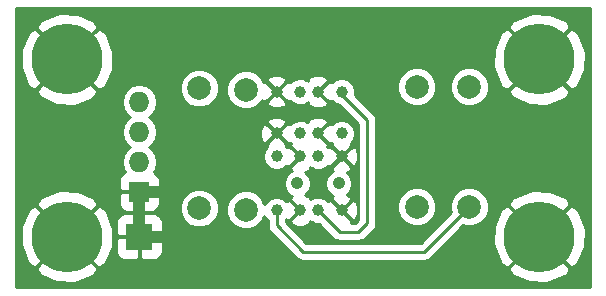
<source format=gtl>
%FSLAX34Y34*%
G04 Gerber Fmt 3.4, Leading zero omitted, Abs format*
G04 (created by PCBNEW (2014-jan-25)-product) date Tue 29 Jul 2014 09:42:42 AM PDT*
%MOIN*%
G01*
G70*
G90*
G04 APERTURE LIST*
%ADD10C,0.003937*%
%ADD11C,0.236220*%
%ADD12R,0.068000X0.068000*%
%ADD13O,0.068000X0.068000*%
%ADD14C,0.078700*%
%ADD15R,0.088000X0.088000*%
%ADD16C,0.039370*%
%ADD17C,0.041339*%
%ADD18C,0.010000*%
%ADD19C,0.040000*%
G04 APERTURE END LIST*
G54D10*
G54D11*
X41338Y-41338D03*
X57086Y-41338D03*
X41338Y-47244D03*
X57086Y-47244D03*
G54D12*
X43750Y-45750D03*
G54D13*
X43750Y-44750D03*
X43750Y-43750D03*
X43750Y-42750D03*
G54D14*
X53000Y-46250D03*
X53000Y-42250D03*
X45750Y-42300D03*
X45750Y-46300D03*
X54750Y-46250D03*
X54750Y-42250D03*
X47300Y-46350D03*
X47300Y-42350D03*
G54D15*
X43750Y-47250D03*
G54D16*
X49704Y-46367D03*
X50492Y-46368D03*
X49704Y-44576D03*
X50492Y-44576D03*
G54D17*
X50393Y-45472D03*
G54D16*
X48326Y-46367D03*
X49114Y-46368D03*
X48326Y-44576D03*
X49114Y-44576D03*
G54D17*
X49015Y-45472D03*
G54D16*
X50492Y-42411D03*
X49704Y-42411D03*
X50492Y-43809D03*
X49704Y-43809D03*
X49114Y-42411D03*
X48326Y-42411D03*
X49114Y-43809D03*
X48326Y-43809D03*
G54D18*
X54750Y-46250D02*
X53250Y-47750D01*
X48326Y-46876D02*
X48326Y-46367D01*
X49200Y-47750D02*
X48326Y-46876D01*
X53250Y-47750D02*
X49200Y-47750D01*
G54D19*
X43750Y-45750D02*
X44500Y-45750D01*
X43750Y-45750D02*
X43750Y-47250D01*
X43750Y-47250D02*
X44500Y-47250D01*
G54D18*
X49704Y-46367D02*
X50437Y-47100D01*
X50437Y-47100D02*
X51050Y-47100D01*
X50393Y-42411D02*
X51350Y-43367D01*
X51350Y-43367D02*
X51350Y-46800D01*
X51350Y-46800D02*
X51050Y-47100D01*
G36*
X58785Y-48942D02*
X58626Y-48942D01*
X58626Y-46990D01*
X58626Y-41084D01*
X58412Y-40514D01*
X58355Y-40429D01*
X58135Y-40303D01*
X58121Y-40317D01*
X58121Y-40289D01*
X57996Y-40069D01*
X57441Y-39818D01*
X56832Y-39798D01*
X56262Y-40012D01*
X56177Y-40069D01*
X56051Y-40289D01*
X57086Y-41324D01*
X58121Y-40289D01*
X58121Y-40317D01*
X57100Y-41338D01*
X58135Y-42373D01*
X58355Y-42248D01*
X58606Y-41693D01*
X58626Y-41084D01*
X58626Y-46990D01*
X58412Y-46419D01*
X58355Y-46334D01*
X58135Y-46209D01*
X58121Y-46223D01*
X58121Y-46195D01*
X58121Y-42387D01*
X57086Y-41352D01*
X57072Y-41366D01*
X57072Y-41338D01*
X56037Y-40303D01*
X55817Y-40429D01*
X55566Y-40983D01*
X55546Y-41592D01*
X55760Y-42162D01*
X55817Y-42248D01*
X56037Y-42373D01*
X57072Y-41338D01*
X57072Y-41366D01*
X56051Y-42387D01*
X56177Y-42607D01*
X56731Y-42858D01*
X57340Y-42878D01*
X57910Y-42664D01*
X57996Y-42607D01*
X58121Y-42387D01*
X58121Y-46195D01*
X57996Y-45975D01*
X57441Y-45723D01*
X56832Y-45703D01*
X56262Y-45918D01*
X56177Y-45975D01*
X56051Y-46195D01*
X57086Y-47229D01*
X58121Y-46195D01*
X58121Y-46223D01*
X57100Y-47244D01*
X58135Y-48278D01*
X58355Y-48153D01*
X58606Y-47598D01*
X58626Y-46990D01*
X58626Y-48942D01*
X58121Y-48942D01*
X58121Y-48293D01*
X57086Y-47258D01*
X57072Y-47272D01*
X57072Y-47244D01*
X56037Y-46209D01*
X55817Y-46334D01*
X55566Y-46889D01*
X55546Y-47498D01*
X55760Y-48068D01*
X55817Y-48153D01*
X56037Y-48278D01*
X57072Y-47244D01*
X57072Y-47272D01*
X56051Y-48293D01*
X56177Y-48512D01*
X56731Y-48764D01*
X57340Y-48784D01*
X57910Y-48569D01*
X57996Y-48512D01*
X58121Y-48293D01*
X58121Y-48942D01*
X55393Y-48942D01*
X55393Y-46122D01*
X55393Y-42122D01*
X55295Y-41885D01*
X55114Y-41704D01*
X54878Y-41606D01*
X54622Y-41606D01*
X54385Y-41704D01*
X54204Y-41885D01*
X54106Y-42121D01*
X54106Y-42377D01*
X54204Y-42614D01*
X54385Y-42795D01*
X54621Y-42893D01*
X54877Y-42893D01*
X55114Y-42795D01*
X55295Y-42614D01*
X55393Y-42378D01*
X55393Y-42122D01*
X55393Y-46122D01*
X55295Y-45885D01*
X55114Y-45704D01*
X54878Y-45606D01*
X54622Y-45606D01*
X54385Y-45704D01*
X54204Y-45885D01*
X54106Y-46121D01*
X54106Y-46377D01*
X54133Y-46442D01*
X53643Y-46932D01*
X53643Y-46122D01*
X53643Y-42122D01*
X53545Y-41885D01*
X53364Y-41704D01*
X53128Y-41606D01*
X52872Y-41606D01*
X52635Y-41704D01*
X52454Y-41885D01*
X52356Y-42121D01*
X52356Y-42377D01*
X52454Y-42614D01*
X52635Y-42795D01*
X52871Y-42893D01*
X53127Y-42893D01*
X53364Y-42795D01*
X53545Y-42614D01*
X53643Y-42378D01*
X53643Y-42122D01*
X53643Y-46122D01*
X53545Y-45885D01*
X53364Y-45704D01*
X53128Y-45606D01*
X52872Y-45606D01*
X52635Y-45704D01*
X52454Y-45885D01*
X52356Y-46121D01*
X52356Y-46377D01*
X52454Y-46614D01*
X52635Y-46795D01*
X52871Y-46893D01*
X53127Y-46893D01*
X53364Y-46795D01*
X53545Y-46614D01*
X53643Y-46378D01*
X53643Y-46122D01*
X53643Y-46932D01*
X53125Y-47450D01*
X51650Y-47450D01*
X51650Y-46800D01*
X51650Y-43367D01*
X51627Y-43252D01*
X51627Y-43252D01*
X51601Y-43213D01*
X51562Y-43155D01*
X50929Y-42523D01*
X50938Y-42500D01*
X50939Y-42322D01*
X50871Y-42158D01*
X50745Y-42032D01*
X50581Y-41964D01*
X50403Y-41964D01*
X50239Y-42032D01*
X50168Y-42102D01*
X50161Y-42091D01*
X50044Y-42086D01*
X49718Y-42411D01*
X50044Y-42736D01*
X50161Y-42731D01*
X50167Y-42718D01*
X50238Y-42790D01*
X50402Y-42858D01*
X50416Y-42858D01*
X51050Y-43491D01*
X51050Y-46675D01*
X51041Y-46684D01*
X51041Y-46271D01*
X51041Y-44479D01*
X50962Y-44276D01*
X50949Y-44257D01*
X50939Y-44256D01*
X50939Y-43720D01*
X50871Y-43556D01*
X50745Y-43430D01*
X50581Y-43362D01*
X50403Y-43362D01*
X50239Y-43430D01*
X50168Y-43500D01*
X50161Y-43489D01*
X50044Y-43483D01*
X49718Y-43809D01*
X50044Y-44134D01*
X50161Y-44128D01*
X50167Y-44116D01*
X50172Y-44121D01*
X50166Y-44237D01*
X50492Y-44562D01*
X50817Y-44237D01*
X50811Y-44121D01*
X50870Y-44062D01*
X50938Y-43898D01*
X50939Y-43720D01*
X50939Y-44256D01*
X50831Y-44251D01*
X50506Y-44576D01*
X50831Y-44902D01*
X50949Y-44896D01*
X51036Y-44697D01*
X51041Y-44479D01*
X51041Y-46271D01*
X50962Y-46068D01*
X50949Y-46048D01*
X50850Y-46043D01*
X50850Y-45381D01*
X50781Y-45214D01*
X50663Y-45096D01*
X50791Y-45046D01*
X50811Y-45033D01*
X50817Y-44916D01*
X50492Y-44590D01*
X50166Y-44916D01*
X50172Y-45033D01*
X50214Y-45052D01*
X50135Y-45085D01*
X50006Y-45213D01*
X49937Y-45381D01*
X49936Y-45562D01*
X50006Y-45730D01*
X50134Y-45859D01*
X50210Y-45890D01*
X50192Y-45898D01*
X50172Y-45911D01*
X50166Y-46028D01*
X50492Y-46353D01*
X50817Y-46028D01*
X50811Y-45911D01*
X50665Y-45846D01*
X50780Y-45731D01*
X50850Y-45563D01*
X50850Y-45381D01*
X50850Y-46043D01*
X50831Y-46042D01*
X50506Y-46368D01*
X50831Y-46693D01*
X50949Y-46687D01*
X51036Y-46488D01*
X51041Y-46271D01*
X51041Y-46684D01*
X50925Y-46800D01*
X50812Y-46800D01*
X50817Y-46707D01*
X50492Y-46382D01*
X50486Y-46387D01*
X50472Y-46373D01*
X50477Y-46368D01*
X50152Y-46042D01*
X50035Y-46048D01*
X50029Y-46060D01*
X49958Y-45989D01*
X49793Y-45920D01*
X49616Y-45920D01*
X49501Y-45968D01*
X49500Y-45967D01*
X49498Y-45969D01*
X49451Y-45988D01*
X49438Y-46002D01*
X49433Y-45911D01*
X49287Y-45846D01*
X49402Y-45731D01*
X49472Y-45563D01*
X49472Y-45381D01*
X49403Y-45214D01*
X49285Y-45096D01*
X49413Y-45046D01*
X49433Y-45033D01*
X49438Y-44942D01*
X49451Y-44955D01*
X49498Y-44974D01*
X49500Y-44977D01*
X49501Y-44976D01*
X49615Y-45023D01*
X49793Y-45023D01*
X49957Y-44955D01*
X50027Y-44885D01*
X50035Y-44896D01*
X50152Y-44902D01*
X50477Y-44576D01*
X50152Y-44251D01*
X50035Y-44257D01*
X50029Y-44269D01*
X50024Y-44264D01*
X50029Y-44148D01*
X49704Y-43823D01*
X49699Y-43828D01*
X49685Y-43814D01*
X49690Y-43809D01*
X49685Y-43803D01*
X49699Y-43789D01*
X49704Y-43794D01*
X50029Y-43469D01*
X50029Y-42750D01*
X49704Y-42425D01*
X49699Y-42431D01*
X49685Y-42416D01*
X49690Y-42411D01*
X49685Y-42405D01*
X49699Y-42391D01*
X49704Y-42397D01*
X50029Y-42072D01*
X50024Y-41954D01*
X49825Y-41867D01*
X49607Y-41862D01*
X49404Y-41941D01*
X49385Y-41954D01*
X49380Y-42045D01*
X49367Y-42032D01*
X49320Y-42013D01*
X49318Y-42010D01*
X49317Y-42011D01*
X49203Y-41964D01*
X49025Y-41964D01*
X48861Y-42032D01*
X48790Y-42102D01*
X48783Y-42091D01*
X48666Y-42086D01*
X48652Y-42100D01*
X48652Y-42072D01*
X48646Y-41954D01*
X48447Y-41867D01*
X48229Y-41862D01*
X48026Y-41941D01*
X48007Y-41954D01*
X48001Y-42072D01*
X48326Y-42397D01*
X48652Y-42072D01*
X48652Y-42100D01*
X48340Y-42411D01*
X48666Y-42736D01*
X48783Y-42731D01*
X48789Y-42718D01*
X48860Y-42790D01*
X49024Y-42858D01*
X49202Y-42858D01*
X49317Y-42811D01*
X49318Y-42812D01*
X49320Y-42809D01*
X49366Y-42790D01*
X49380Y-42776D01*
X49385Y-42868D01*
X49584Y-42955D01*
X49801Y-42960D01*
X50004Y-42881D01*
X50024Y-42868D01*
X50029Y-42750D01*
X50029Y-43469D01*
X50024Y-43352D01*
X49825Y-43264D01*
X49607Y-43260D01*
X49404Y-43338D01*
X49385Y-43352D01*
X49380Y-43443D01*
X49367Y-43430D01*
X49320Y-43411D01*
X49318Y-43408D01*
X49317Y-43409D01*
X49203Y-43362D01*
X49025Y-43362D01*
X48861Y-43430D01*
X48790Y-43500D01*
X48783Y-43489D01*
X48666Y-43483D01*
X48652Y-43497D01*
X48652Y-43469D01*
X48652Y-42750D01*
X48326Y-42425D01*
X48312Y-42439D01*
X48312Y-42411D01*
X47987Y-42086D01*
X47889Y-42090D01*
X47845Y-41985D01*
X47664Y-41804D01*
X47428Y-41706D01*
X47172Y-41706D01*
X46935Y-41804D01*
X46754Y-41985D01*
X46656Y-42221D01*
X46656Y-42477D01*
X46754Y-42714D01*
X46935Y-42895D01*
X47171Y-42993D01*
X47427Y-42993D01*
X47664Y-42895D01*
X47845Y-42714D01*
X47851Y-42698D01*
X47856Y-42711D01*
X47869Y-42731D01*
X47987Y-42736D01*
X48312Y-42411D01*
X48312Y-42439D01*
X48001Y-42750D01*
X48007Y-42868D01*
X48206Y-42955D01*
X48423Y-42960D01*
X48626Y-42881D01*
X48646Y-42868D01*
X48652Y-42750D01*
X48652Y-43469D01*
X48646Y-43352D01*
X48447Y-43264D01*
X48229Y-43260D01*
X48026Y-43338D01*
X48007Y-43352D01*
X48001Y-43469D01*
X48326Y-43794D01*
X48652Y-43469D01*
X48652Y-43497D01*
X48340Y-43809D01*
X48666Y-44134D01*
X48783Y-44128D01*
X48789Y-44116D01*
X48794Y-44121D01*
X48788Y-44237D01*
X49114Y-44562D01*
X49119Y-44557D01*
X49133Y-44571D01*
X49128Y-44576D01*
X49133Y-44582D01*
X49119Y-44596D01*
X49114Y-44590D01*
X49100Y-44605D01*
X49100Y-44576D01*
X48774Y-44251D01*
X48657Y-44257D01*
X48651Y-44269D01*
X48646Y-44264D01*
X48652Y-44148D01*
X48326Y-43823D01*
X48312Y-43837D01*
X48312Y-43809D01*
X47987Y-43483D01*
X47869Y-43489D01*
X47782Y-43688D01*
X47777Y-43906D01*
X47856Y-44108D01*
X47869Y-44128D01*
X47987Y-44134D01*
X48312Y-43809D01*
X48312Y-43837D01*
X48001Y-44148D01*
X48007Y-44264D01*
X47948Y-44323D01*
X47879Y-44487D01*
X47879Y-44665D01*
X47947Y-44829D01*
X48073Y-44955D01*
X48237Y-45023D01*
X48415Y-45023D01*
X48579Y-44955D01*
X48650Y-44885D01*
X48657Y-44896D01*
X48774Y-44902D01*
X49100Y-44576D01*
X49100Y-44605D01*
X48788Y-44916D01*
X48794Y-45033D01*
X48836Y-45052D01*
X48757Y-45085D01*
X48628Y-45213D01*
X48559Y-45381D01*
X48558Y-45562D01*
X48628Y-45730D01*
X48756Y-45859D01*
X48832Y-45890D01*
X48814Y-45898D01*
X48794Y-45911D01*
X48788Y-46028D01*
X49114Y-46353D01*
X49119Y-46348D01*
X49133Y-46362D01*
X49128Y-46368D01*
X49133Y-46373D01*
X49119Y-46387D01*
X49114Y-46382D01*
X48788Y-46707D01*
X48794Y-46824D01*
X48993Y-46912D01*
X49211Y-46917D01*
X49413Y-46838D01*
X49433Y-46824D01*
X49438Y-46733D01*
X49451Y-46746D01*
X49497Y-46765D01*
X49500Y-46768D01*
X49502Y-46767D01*
X49615Y-46814D01*
X49727Y-46814D01*
X50224Y-47312D01*
X50224Y-47312D01*
X50322Y-47377D01*
X50437Y-47400D01*
X51050Y-47400D01*
X51050Y-47399D01*
X51164Y-47377D01*
X51164Y-47377D01*
X51262Y-47312D01*
X51562Y-47012D01*
X51562Y-47012D01*
X51601Y-46953D01*
X51627Y-46914D01*
X51627Y-46914D01*
X51650Y-46800D01*
X51650Y-47450D01*
X49324Y-47450D01*
X48626Y-46752D01*
X48626Y-46699D01*
X48649Y-46676D01*
X48657Y-46687D01*
X48774Y-46693D01*
X49100Y-46368D01*
X48774Y-46042D01*
X48657Y-46048D01*
X48651Y-46060D01*
X48580Y-45989D01*
X48416Y-45920D01*
X48238Y-45920D01*
X48073Y-45988D01*
X47948Y-46114D01*
X47923Y-46173D01*
X47845Y-45985D01*
X47664Y-45804D01*
X47428Y-45706D01*
X47172Y-45706D01*
X46935Y-45804D01*
X46754Y-45985D01*
X46656Y-46221D01*
X46656Y-46477D01*
X46754Y-46714D01*
X46935Y-46895D01*
X47171Y-46993D01*
X47427Y-46993D01*
X47664Y-46895D01*
X47845Y-46714D01*
X47916Y-46544D01*
X47947Y-46620D01*
X48026Y-46699D01*
X48026Y-46876D01*
X48049Y-46991D01*
X48114Y-47088D01*
X48987Y-47962D01*
X49046Y-48001D01*
X49085Y-48027D01*
X49085Y-48027D01*
X49200Y-48050D01*
X53250Y-48050D01*
X53250Y-48049D01*
X53364Y-48027D01*
X53364Y-48027D01*
X53462Y-47962D01*
X54557Y-46866D01*
X54621Y-46893D01*
X54877Y-46893D01*
X55114Y-46795D01*
X55295Y-46614D01*
X55393Y-46378D01*
X55393Y-46122D01*
X55393Y-48942D01*
X46393Y-48942D01*
X46393Y-46172D01*
X46393Y-42172D01*
X46295Y-41935D01*
X46114Y-41754D01*
X45878Y-41656D01*
X45622Y-41656D01*
X45385Y-41754D01*
X45204Y-41935D01*
X45106Y-42171D01*
X45106Y-42427D01*
X45204Y-42664D01*
X45385Y-42845D01*
X45621Y-42943D01*
X45877Y-42943D01*
X46114Y-42845D01*
X46295Y-42664D01*
X46393Y-42428D01*
X46393Y-42172D01*
X46393Y-46172D01*
X46295Y-45935D01*
X46114Y-45754D01*
X45878Y-45656D01*
X45622Y-45656D01*
X45385Y-45754D01*
X45204Y-45935D01*
X45106Y-46171D01*
X45106Y-46427D01*
X45204Y-46664D01*
X45385Y-46845D01*
X45621Y-46943D01*
X45877Y-46943D01*
X46114Y-46845D01*
X46295Y-46664D01*
X46393Y-46428D01*
X46393Y-46172D01*
X46393Y-48942D01*
X44540Y-48942D01*
X44540Y-47759D01*
X44540Y-47620D01*
X44540Y-47347D01*
X44540Y-47152D01*
X44540Y-46879D01*
X44540Y-46740D01*
X44486Y-46611D01*
X44440Y-46565D01*
X44440Y-46159D01*
X44440Y-45847D01*
X44440Y-45652D01*
X44440Y-45340D01*
X44386Y-45211D01*
X44288Y-45113D01*
X44227Y-45088D01*
X44295Y-44987D01*
X44340Y-44761D01*
X44340Y-44738D01*
X44295Y-44512D01*
X44167Y-44321D01*
X44060Y-44250D01*
X44167Y-44178D01*
X44295Y-43987D01*
X44340Y-43761D01*
X44340Y-43738D01*
X44295Y-43512D01*
X44167Y-43321D01*
X44060Y-43250D01*
X44167Y-43178D01*
X44295Y-42987D01*
X44340Y-42761D01*
X44340Y-42738D01*
X44295Y-42512D01*
X44167Y-42321D01*
X43975Y-42193D01*
X43750Y-42148D01*
X43524Y-42193D01*
X43332Y-42321D01*
X43204Y-42512D01*
X43160Y-42738D01*
X43160Y-42761D01*
X43204Y-42987D01*
X43332Y-43178D01*
X43439Y-43250D01*
X43332Y-43321D01*
X43204Y-43512D01*
X43160Y-43738D01*
X43160Y-43761D01*
X43204Y-43987D01*
X43332Y-44178D01*
X43439Y-44250D01*
X43332Y-44321D01*
X43204Y-44512D01*
X43160Y-44738D01*
X43160Y-44761D01*
X43204Y-44987D01*
X43272Y-45088D01*
X43211Y-45113D01*
X43113Y-45211D01*
X43060Y-45340D01*
X43060Y-45652D01*
X43147Y-45740D01*
X43740Y-45740D01*
X43740Y-45732D01*
X43760Y-45732D01*
X43760Y-45740D01*
X44352Y-45740D01*
X44440Y-45652D01*
X44440Y-45847D01*
X44352Y-45760D01*
X43760Y-45760D01*
X43760Y-46352D01*
X43847Y-46440D01*
X44020Y-46440D01*
X44159Y-46440D01*
X44288Y-46386D01*
X44386Y-46288D01*
X44440Y-46159D01*
X44440Y-46565D01*
X44388Y-46513D01*
X44259Y-46460D01*
X43847Y-46460D01*
X43760Y-46547D01*
X43760Y-47240D01*
X44452Y-47240D01*
X44540Y-47152D01*
X44540Y-47347D01*
X44452Y-47260D01*
X43760Y-47260D01*
X43760Y-47952D01*
X43847Y-48040D01*
X44259Y-48040D01*
X44388Y-47986D01*
X44486Y-47888D01*
X44540Y-47759D01*
X44540Y-48942D01*
X43740Y-48942D01*
X43740Y-47952D01*
X43740Y-47260D01*
X43740Y-47240D01*
X43740Y-46547D01*
X43740Y-46352D01*
X43740Y-45760D01*
X43147Y-45760D01*
X43060Y-45847D01*
X43060Y-46159D01*
X43113Y-46288D01*
X43211Y-46386D01*
X43340Y-46440D01*
X43479Y-46440D01*
X43652Y-46440D01*
X43740Y-46352D01*
X43740Y-46547D01*
X43652Y-46460D01*
X43240Y-46460D01*
X43111Y-46513D01*
X43013Y-46611D01*
X42960Y-46740D01*
X42960Y-46879D01*
X42960Y-47152D01*
X43047Y-47240D01*
X43740Y-47240D01*
X43740Y-47260D01*
X43047Y-47260D01*
X42960Y-47347D01*
X42960Y-47620D01*
X42960Y-47759D01*
X43013Y-47888D01*
X43111Y-47986D01*
X43240Y-48040D01*
X43652Y-48040D01*
X43740Y-47952D01*
X43740Y-48942D01*
X42878Y-48942D01*
X42878Y-46990D01*
X42878Y-41084D01*
X42664Y-40514D01*
X42607Y-40429D01*
X42387Y-40303D01*
X42373Y-40317D01*
X42373Y-40289D01*
X42248Y-40069D01*
X41693Y-39818D01*
X41084Y-39798D01*
X40514Y-40012D01*
X40429Y-40069D01*
X40303Y-40289D01*
X41338Y-41324D01*
X42373Y-40289D01*
X42373Y-40317D01*
X41352Y-41338D01*
X42387Y-42373D01*
X42607Y-42248D01*
X42858Y-41693D01*
X42878Y-41084D01*
X42878Y-46990D01*
X42664Y-46419D01*
X42607Y-46334D01*
X42387Y-46209D01*
X42373Y-46223D01*
X42373Y-46195D01*
X42373Y-42387D01*
X41338Y-41352D01*
X41324Y-41366D01*
X41324Y-41338D01*
X40289Y-40303D01*
X40069Y-40429D01*
X39818Y-40983D01*
X39798Y-41592D01*
X40012Y-42162D01*
X40069Y-42248D01*
X40289Y-42373D01*
X41324Y-41338D01*
X41324Y-41366D01*
X40303Y-42387D01*
X40429Y-42607D01*
X40983Y-42858D01*
X41592Y-42878D01*
X42162Y-42664D01*
X42248Y-42607D01*
X42373Y-42387D01*
X42373Y-46195D01*
X42248Y-45975D01*
X41693Y-45723D01*
X41084Y-45703D01*
X40514Y-45918D01*
X40429Y-45975D01*
X40303Y-46195D01*
X41338Y-47229D01*
X42373Y-46195D01*
X42373Y-46223D01*
X41352Y-47244D01*
X42387Y-48278D01*
X42607Y-48153D01*
X42858Y-47598D01*
X42878Y-46990D01*
X42878Y-48942D01*
X42373Y-48942D01*
X42373Y-48293D01*
X41338Y-47258D01*
X41324Y-47272D01*
X41324Y-47244D01*
X40289Y-46209D01*
X40069Y-46334D01*
X39818Y-46889D01*
X39798Y-47498D01*
X40012Y-48068D01*
X40069Y-48153D01*
X40289Y-48278D01*
X41324Y-47244D01*
X41324Y-47272D01*
X40303Y-48293D01*
X40429Y-48512D01*
X40983Y-48764D01*
X41592Y-48784D01*
X42162Y-48569D01*
X42248Y-48512D01*
X42373Y-48293D01*
X42373Y-48942D01*
X39639Y-48942D01*
X39639Y-39639D01*
X58785Y-39639D01*
X58785Y-48942D01*
X58785Y-48942D01*
G37*
X58785Y-48942D02*
X58626Y-48942D01*
X58626Y-46990D01*
X58626Y-41084D01*
X58412Y-40514D01*
X58355Y-40429D01*
X58135Y-40303D01*
X58121Y-40317D01*
X58121Y-40289D01*
X57996Y-40069D01*
X57441Y-39818D01*
X56832Y-39798D01*
X56262Y-40012D01*
X56177Y-40069D01*
X56051Y-40289D01*
X57086Y-41324D01*
X58121Y-40289D01*
X58121Y-40317D01*
X57100Y-41338D01*
X58135Y-42373D01*
X58355Y-42248D01*
X58606Y-41693D01*
X58626Y-41084D01*
X58626Y-46990D01*
X58412Y-46419D01*
X58355Y-46334D01*
X58135Y-46209D01*
X58121Y-46223D01*
X58121Y-46195D01*
X58121Y-42387D01*
X57086Y-41352D01*
X57072Y-41366D01*
X57072Y-41338D01*
X56037Y-40303D01*
X55817Y-40429D01*
X55566Y-40983D01*
X55546Y-41592D01*
X55760Y-42162D01*
X55817Y-42248D01*
X56037Y-42373D01*
X57072Y-41338D01*
X57072Y-41366D01*
X56051Y-42387D01*
X56177Y-42607D01*
X56731Y-42858D01*
X57340Y-42878D01*
X57910Y-42664D01*
X57996Y-42607D01*
X58121Y-42387D01*
X58121Y-46195D01*
X57996Y-45975D01*
X57441Y-45723D01*
X56832Y-45703D01*
X56262Y-45918D01*
X56177Y-45975D01*
X56051Y-46195D01*
X57086Y-47229D01*
X58121Y-46195D01*
X58121Y-46223D01*
X57100Y-47244D01*
X58135Y-48278D01*
X58355Y-48153D01*
X58606Y-47598D01*
X58626Y-46990D01*
X58626Y-48942D01*
X58121Y-48942D01*
X58121Y-48293D01*
X57086Y-47258D01*
X57072Y-47272D01*
X57072Y-47244D01*
X56037Y-46209D01*
X55817Y-46334D01*
X55566Y-46889D01*
X55546Y-47498D01*
X55760Y-48068D01*
X55817Y-48153D01*
X56037Y-48278D01*
X57072Y-47244D01*
X57072Y-47272D01*
X56051Y-48293D01*
X56177Y-48512D01*
X56731Y-48764D01*
X57340Y-48784D01*
X57910Y-48569D01*
X57996Y-48512D01*
X58121Y-48293D01*
X58121Y-48942D01*
X55393Y-48942D01*
X55393Y-46122D01*
X55393Y-42122D01*
X55295Y-41885D01*
X55114Y-41704D01*
X54878Y-41606D01*
X54622Y-41606D01*
X54385Y-41704D01*
X54204Y-41885D01*
X54106Y-42121D01*
X54106Y-42377D01*
X54204Y-42614D01*
X54385Y-42795D01*
X54621Y-42893D01*
X54877Y-42893D01*
X55114Y-42795D01*
X55295Y-42614D01*
X55393Y-42378D01*
X55393Y-42122D01*
X55393Y-46122D01*
X55295Y-45885D01*
X55114Y-45704D01*
X54878Y-45606D01*
X54622Y-45606D01*
X54385Y-45704D01*
X54204Y-45885D01*
X54106Y-46121D01*
X54106Y-46377D01*
X54133Y-46442D01*
X53643Y-46932D01*
X53643Y-46122D01*
X53643Y-42122D01*
X53545Y-41885D01*
X53364Y-41704D01*
X53128Y-41606D01*
X52872Y-41606D01*
X52635Y-41704D01*
X52454Y-41885D01*
X52356Y-42121D01*
X52356Y-42377D01*
X52454Y-42614D01*
X52635Y-42795D01*
X52871Y-42893D01*
X53127Y-42893D01*
X53364Y-42795D01*
X53545Y-42614D01*
X53643Y-42378D01*
X53643Y-42122D01*
X53643Y-46122D01*
X53545Y-45885D01*
X53364Y-45704D01*
X53128Y-45606D01*
X52872Y-45606D01*
X52635Y-45704D01*
X52454Y-45885D01*
X52356Y-46121D01*
X52356Y-46377D01*
X52454Y-46614D01*
X52635Y-46795D01*
X52871Y-46893D01*
X53127Y-46893D01*
X53364Y-46795D01*
X53545Y-46614D01*
X53643Y-46378D01*
X53643Y-46122D01*
X53643Y-46932D01*
X53125Y-47450D01*
X51650Y-47450D01*
X51650Y-46800D01*
X51650Y-43367D01*
X51627Y-43252D01*
X51627Y-43252D01*
X51601Y-43213D01*
X51562Y-43155D01*
X50929Y-42523D01*
X50938Y-42500D01*
X50939Y-42322D01*
X50871Y-42158D01*
X50745Y-42032D01*
X50581Y-41964D01*
X50403Y-41964D01*
X50239Y-42032D01*
X50168Y-42102D01*
X50161Y-42091D01*
X50044Y-42086D01*
X49718Y-42411D01*
X50044Y-42736D01*
X50161Y-42731D01*
X50167Y-42718D01*
X50238Y-42790D01*
X50402Y-42858D01*
X50416Y-42858D01*
X51050Y-43491D01*
X51050Y-46675D01*
X51041Y-46684D01*
X51041Y-46271D01*
X51041Y-44479D01*
X50962Y-44276D01*
X50949Y-44257D01*
X50939Y-44256D01*
X50939Y-43720D01*
X50871Y-43556D01*
X50745Y-43430D01*
X50581Y-43362D01*
X50403Y-43362D01*
X50239Y-43430D01*
X50168Y-43500D01*
X50161Y-43489D01*
X50044Y-43483D01*
X49718Y-43809D01*
X50044Y-44134D01*
X50161Y-44128D01*
X50167Y-44116D01*
X50172Y-44121D01*
X50166Y-44237D01*
X50492Y-44562D01*
X50817Y-44237D01*
X50811Y-44121D01*
X50870Y-44062D01*
X50938Y-43898D01*
X50939Y-43720D01*
X50939Y-44256D01*
X50831Y-44251D01*
X50506Y-44576D01*
X50831Y-44902D01*
X50949Y-44896D01*
X51036Y-44697D01*
X51041Y-44479D01*
X51041Y-46271D01*
X50962Y-46068D01*
X50949Y-46048D01*
X50850Y-46043D01*
X50850Y-45381D01*
X50781Y-45214D01*
X50663Y-45096D01*
X50791Y-45046D01*
X50811Y-45033D01*
X50817Y-44916D01*
X50492Y-44590D01*
X50166Y-44916D01*
X50172Y-45033D01*
X50214Y-45052D01*
X50135Y-45085D01*
X50006Y-45213D01*
X49937Y-45381D01*
X49936Y-45562D01*
X50006Y-45730D01*
X50134Y-45859D01*
X50210Y-45890D01*
X50192Y-45898D01*
X50172Y-45911D01*
X50166Y-46028D01*
X50492Y-46353D01*
X50817Y-46028D01*
X50811Y-45911D01*
X50665Y-45846D01*
X50780Y-45731D01*
X50850Y-45563D01*
X50850Y-45381D01*
X50850Y-46043D01*
X50831Y-46042D01*
X50506Y-46368D01*
X50831Y-46693D01*
X50949Y-46687D01*
X51036Y-46488D01*
X51041Y-46271D01*
X51041Y-46684D01*
X50925Y-46800D01*
X50812Y-46800D01*
X50817Y-46707D01*
X50492Y-46382D01*
X50486Y-46387D01*
X50472Y-46373D01*
X50477Y-46368D01*
X50152Y-46042D01*
X50035Y-46048D01*
X50029Y-46060D01*
X49958Y-45989D01*
X49793Y-45920D01*
X49616Y-45920D01*
X49501Y-45968D01*
X49500Y-45967D01*
X49498Y-45969D01*
X49451Y-45988D01*
X49438Y-46002D01*
X49433Y-45911D01*
X49287Y-45846D01*
X49402Y-45731D01*
X49472Y-45563D01*
X49472Y-45381D01*
X49403Y-45214D01*
X49285Y-45096D01*
X49413Y-45046D01*
X49433Y-45033D01*
X49438Y-44942D01*
X49451Y-44955D01*
X49498Y-44974D01*
X49500Y-44977D01*
X49501Y-44976D01*
X49615Y-45023D01*
X49793Y-45023D01*
X49957Y-44955D01*
X50027Y-44885D01*
X50035Y-44896D01*
X50152Y-44902D01*
X50477Y-44576D01*
X50152Y-44251D01*
X50035Y-44257D01*
X50029Y-44269D01*
X50024Y-44264D01*
X50029Y-44148D01*
X49704Y-43823D01*
X49699Y-43828D01*
X49685Y-43814D01*
X49690Y-43809D01*
X49685Y-43803D01*
X49699Y-43789D01*
X49704Y-43794D01*
X50029Y-43469D01*
X50029Y-42750D01*
X49704Y-42425D01*
X49699Y-42431D01*
X49685Y-42416D01*
X49690Y-42411D01*
X49685Y-42405D01*
X49699Y-42391D01*
X49704Y-42397D01*
X50029Y-42072D01*
X50024Y-41954D01*
X49825Y-41867D01*
X49607Y-41862D01*
X49404Y-41941D01*
X49385Y-41954D01*
X49380Y-42045D01*
X49367Y-42032D01*
X49320Y-42013D01*
X49318Y-42010D01*
X49317Y-42011D01*
X49203Y-41964D01*
X49025Y-41964D01*
X48861Y-42032D01*
X48790Y-42102D01*
X48783Y-42091D01*
X48666Y-42086D01*
X48652Y-42100D01*
X48652Y-42072D01*
X48646Y-41954D01*
X48447Y-41867D01*
X48229Y-41862D01*
X48026Y-41941D01*
X48007Y-41954D01*
X48001Y-42072D01*
X48326Y-42397D01*
X48652Y-42072D01*
X48652Y-42100D01*
X48340Y-42411D01*
X48666Y-42736D01*
X48783Y-42731D01*
X48789Y-42718D01*
X48860Y-42790D01*
X49024Y-42858D01*
X49202Y-42858D01*
X49317Y-42811D01*
X49318Y-42812D01*
X49320Y-42809D01*
X49366Y-42790D01*
X49380Y-42776D01*
X49385Y-42868D01*
X49584Y-42955D01*
X49801Y-42960D01*
X50004Y-42881D01*
X50024Y-42868D01*
X50029Y-42750D01*
X50029Y-43469D01*
X50024Y-43352D01*
X49825Y-43264D01*
X49607Y-43260D01*
X49404Y-43338D01*
X49385Y-43352D01*
X49380Y-43443D01*
X49367Y-43430D01*
X49320Y-43411D01*
X49318Y-43408D01*
X49317Y-43409D01*
X49203Y-43362D01*
X49025Y-43362D01*
X48861Y-43430D01*
X48790Y-43500D01*
X48783Y-43489D01*
X48666Y-43483D01*
X48652Y-43497D01*
X48652Y-43469D01*
X48652Y-42750D01*
X48326Y-42425D01*
X48312Y-42439D01*
X48312Y-42411D01*
X47987Y-42086D01*
X47889Y-42090D01*
X47845Y-41985D01*
X47664Y-41804D01*
X47428Y-41706D01*
X47172Y-41706D01*
X46935Y-41804D01*
X46754Y-41985D01*
X46656Y-42221D01*
X46656Y-42477D01*
X46754Y-42714D01*
X46935Y-42895D01*
X47171Y-42993D01*
X47427Y-42993D01*
X47664Y-42895D01*
X47845Y-42714D01*
X47851Y-42698D01*
X47856Y-42711D01*
X47869Y-42731D01*
X47987Y-42736D01*
X48312Y-42411D01*
X48312Y-42439D01*
X48001Y-42750D01*
X48007Y-42868D01*
X48206Y-42955D01*
X48423Y-42960D01*
X48626Y-42881D01*
X48646Y-42868D01*
X48652Y-42750D01*
X48652Y-43469D01*
X48646Y-43352D01*
X48447Y-43264D01*
X48229Y-43260D01*
X48026Y-43338D01*
X48007Y-43352D01*
X48001Y-43469D01*
X48326Y-43794D01*
X48652Y-43469D01*
X48652Y-43497D01*
X48340Y-43809D01*
X48666Y-44134D01*
X48783Y-44128D01*
X48789Y-44116D01*
X48794Y-44121D01*
X48788Y-44237D01*
X49114Y-44562D01*
X49119Y-44557D01*
X49133Y-44571D01*
X49128Y-44576D01*
X49133Y-44582D01*
X49119Y-44596D01*
X49114Y-44590D01*
X49100Y-44605D01*
X49100Y-44576D01*
X48774Y-44251D01*
X48657Y-44257D01*
X48651Y-44269D01*
X48646Y-44264D01*
X48652Y-44148D01*
X48326Y-43823D01*
X48312Y-43837D01*
X48312Y-43809D01*
X47987Y-43483D01*
X47869Y-43489D01*
X47782Y-43688D01*
X47777Y-43906D01*
X47856Y-44108D01*
X47869Y-44128D01*
X47987Y-44134D01*
X48312Y-43809D01*
X48312Y-43837D01*
X48001Y-44148D01*
X48007Y-44264D01*
X47948Y-44323D01*
X47879Y-44487D01*
X47879Y-44665D01*
X47947Y-44829D01*
X48073Y-44955D01*
X48237Y-45023D01*
X48415Y-45023D01*
X48579Y-44955D01*
X48650Y-44885D01*
X48657Y-44896D01*
X48774Y-44902D01*
X49100Y-44576D01*
X49100Y-44605D01*
X48788Y-44916D01*
X48794Y-45033D01*
X48836Y-45052D01*
X48757Y-45085D01*
X48628Y-45213D01*
X48559Y-45381D01*
X48558Y-45562D01*
X48628Y-45730D01*
X48756Y-45859D01*
X48832Y-45890D01*
X48814Y-45898D01*
X48794Y-45911D01*
X48788Y-46028D01*
X49114Y-46353D01*
X49119Y-46348D01*
X49133Y-46362D01*
X49128Y-46368D01*
X49133Y-46373D01*
X49119Y-46387D01*
X49114Y-46382D01*
X48788Y-46707D01*
X48794Y-46824D01*
X48993Y-46912D01*
X49211Y-46917D01*
X49413Y-46838D01*
X49433Y-46824D01*
X49438Y-46733D01*
X49451Y-46746D01*
X49497Y-46765D01*
X49500Y-46768D01*
X49502Y-46767D01*
X49615Y-46814D01*
X49727Y-46814D01*
X50224Y-47312D01*
X50224Y-47312D01*
X50322Y-47377D01*
X50437Y-47400D01*
X51050Y-47400D01*
X51050Y-47399D01*
X51164Y-47377D01*
X51164Y-47377D01*
X51262Y-47312D01*
X51562Y-47012D01*
X51562Y-47012D01*
X51601Y-46953D01*
X51627Y-46914D01*
X51627Y-46914D01*
X51650Y-46800D01*
X51650Y-47450D01*
X49324Y-47450D01*
X48626Y-46752D01*
X48626Y-46699D01*
X48649Y-46676D01*
X48657Y-46687D01*
X48774Y-46693D01*
X49100Y-46368D01*
X48774Y-46042D01*
X48657Y-46048D01*
X48651Y-46060D01*
X48580Y-45989D01*
X48416Y-45920D01*
X48238Y-45920D01*
X48073Y-45988D01*
X47948Y-46114D01*
X47923Y-46173D01*
X47845Y-45985D01*
X47664Y-45804D01*
X47428Y-45706D01*
X47172Y-45706D01*
X46935Y-45804D01*
X46754Y-45985D01*
X46656Y-46221D01*
X46656Y-46477D01*
X46754Y-46714D01*
X46935Y-46895D01*
X47171Y-46993D01*
X47427Y-46993D01*
X47664Y-46895D01*
X47845Y-46714D01*
X47916Y-46544D01*
X47947Y-46620D01*
X48026Y-46699D01*
X48026Y-46876D01*
X48049Y-46991D01*
X48114Y-47088D01*
X48987Y-47962D01*
X49046Y-48001D01*
X49085Y-48027D01*
X49085Y-48027D01*
X49200Y-48050D01*
X53250Y-48050D01*
X53250Y-48049D01*
X53364Y-48027D01*
X53364Y-48027D01*
X53462Y-47962D01*
X54557Y-46866D01*
X54621Y-46893D01*
X54877Y-46893D01*
X55114Y-46795D01*
X55295Y-46614D01*
X55393Y-46378D01*
X55393Y-46122D01*
X55393Y-48942D01*
X46393Y-48942D01*
X46393Y-46172D01*
X46393Y-42172D01*
X46295Y-41935D01*
X46114Y-41754D01*
X45878Y-41656D01*
X45622Y-41656D01*
X45385Y-41754D01*
X45204Y-41935D01*
X45106Y-42171D01*
X45106Y-42427D01*
X45204Y-42664D01*
X45385Y-42845D01*
X45621Y-42943D01*
X45877Y-42943D01*
X46114Y-42845D01*
X46295Y-42664D01*
X46393Y-42428D01*
X46393Y-42172D01*
X46393Y-46172D01*
X46295Y-45935D01*
X46114Y-45754D01*
X45878Y-45656D01*
X45622Y-45656D01*
X45385Y-45754D01*
X45204Y-45935D01*
X45106Y-46171D01*
X45106Y-46427D01*
X45204Y-46664D01*
X45385Y-46845D01*
X45621Y-46943D01*
X45877Y-46943D01*
X46114Y-46845D01*
X46295Y-46664D01*
X46393Y-46428D01*
X46393Y-46172D01*
X46393Y-48942D01*
X44540Y-48942D01*
X44540Y-47759D01*
X44540Y-47620D01*
X44540Y-47347D01*
X44540Y-47152D01*
X44540Y-46879D01*
X44540Y-46740D01*
X44486Y-46611D01*
X44440Y-46565D01*
X44440Y-46159D01*
X44440Y-45847D01*
X44440Y-45652D01*
X44440Y-45340D01*
X44386Y-45211D01*
X44288Y-45113D01*
X44227Y-45088D01*
X44295Y-44987D01*
X44340Y-44761D01*
X44340Y-44738D01*
X44295Y-44512D01*
X44167Y-44321D01*
X44060Y-44250D01*
X44167Y-44178D01*
X44295Y-43987D01*
X44340Y-43761D01*
X44340Y-43738D01*
X44295Y-43512D01*
X44167Y-43321D01*
X44060Y-43250D01*
X44167Y-43178D01*
X44295Y-42987D01*
X44340Y-42761D01*
X44340Y-42738D01*
X44295Y-42512D01*
X44167Y-42321D01*
X43975Y-42193D01*
X43750Y-42148D01*
X43524Y-42193D01*
X43332Y-42321D01*
X43204Y-42512D01*
X43160Y-42738D01*
X43160Y-42761D01*
X43204Y-42987D01*
X43332Y-43178D01*
X43439Y-43250D01*
X43332Y-43321D01*
X43204Y-43512D01*
X43160Y-43738D01*
X43160Y-43761D01*
X43204Y-43987D01*
X43332Y-44178D01*
X43439Y-44250D01*
X43332Y-44321D01*
X43204Y-44512D01*
X43160Y-44738D01*
X43160Y-44761D01*
X43204Y-44987D01*
X43272Y-45088D01*
X43211Y-45113D01*
X43113Y-45211D01*
X43060Y-45340D01*
X43060Y-45652D01*
X43147Y-45740D01*
X43740Y-45740D01*
X43740Y-45732D01*
X43760Y-45732D01*
X43760Y-45740D01*
X44352Y-45740D01*
X44440Y-45652D01*
X44440Y-45847D01*
X44352Y-45760D01*
X43760Y-45760D01*
X43760Y-46352D01*
X43847Y-46440D01*
X44020Y-46440D01*
X44159Y-46440D01*
X44288Y-46386D01*
X44386Y-46288D01*
X44440Y-46159D01*
X44440Y-46565D01*
X44388Y-46513D01*
X44259Y-46460D01*
X43847Y-46460D01*
X43760Y-46547D01*
X43760Y-47240D01*
X44452Y-47240D01*
X44540Y-47152D01*
X44540Y-47347D01*
X44452Y-47260D01*
X43760Y-47260D01*
X43760Y-47952D01*
X43847Y-48040D01*
X44259Y-48040D01*
X44388Y-47986D01*
X44486Y-47888D01*
X44540Y-47759D01*
X44540Y-48942D01*
X43740Y-48942D01*
X43740Y-47952D01*
X43740Y-47260D01*
X43740Y-47240D01*
X43740Y-46547D01*
X43740Y-46352D01*
X43740Y-45760D01*
X43147Y-45760D01*
X43060Y-45847D01*
X43060Y-46159D01*
X43113Y-46288D01*
X43211Y-46386D01*
X43340Y-46440D01*
X43479Y-46440D01*
X43652Y-46440D01*
X43740Y-46352D01*
X43740Y-46547D01*
X43652Y-46460D01*
X43240Y-46460D01*
X43111Y-46513D01*
X43013Y-46611D01*
X42960Y-46740D01*
X42960Y-46879D01*
X42960Y-47152D01*
X43047Y-47240D01*
X43740Y-47240D01*
X43740Y-47260D01*
X43047Y-47260D01*
X42960Y-47347D01*
X42960Y-47620D01*
X42960Y-47759D01*
X43013Y-47888D01*
X43111Y-47986D01*
X43240Y-48040D01*
X43652Y-48040D01*
X43740Y-47952D01*
X43740Y-48942D01*
X42878Y-48942D01*
X42878Y-46990D01*
X42878Y-41084D01*
X42664Y-40514D01*
X42607Y-40429D01*
X42387Y-40303D01*
X42373Y-40317D01*
X42373Y-40289D01*
X42248Y-40069D01*
X41693Y-39818D01*
X41084Y-39798D01*
X40514Y-40012D01*
X40429Y-40069D01*
X40303Y-40289D01*
X41338Y-41324D01*
X42373Y-40289D01*
X42373Y-40317D01*
X41352Y-41338D01*
X42387Y-42373D01*
X42607Y-42248D01*
X42858Y-41693D01*
X42878Y-41084D01*
X42878Y-46990D01*
X42664Y-46419D01*
X42607Y-46334D01*
X42387Y-46209D01*
X42373Y-46223D01*
X42373Y-46195D01*
X42373Y-42387D01*
X41338Y-41352D01*
X41324Y-41366D01*
X41324Y-41338D01*
X40289Y-40303D01*
X40069Y-40429D01*
X39818Y-40983D01*
X39798Y-41592D01*
X40012Y-42162D01*
X40069Y-42248D01*
X40289Y-42373D01*
X41324Y-41338D01*
X41324Y-41366D01*
X40303Y-42387D01*
X40429Y-42607D01*
X40983Y-42858D01*
X41592Y-42878D01*
X42162Y-42664D01*
X42248Y-42607D01*
X42373Y-42387D01*
X42373Y-46195D01*
X42248Y-45975D01*
X41693Y-45723D01*
X41084Y-45703D01*
X40514Y-45918D01*
X40429Y-45975D01*
X40303Y-46195D01*
X41338Y-47229D01*
X42373Y-46195D01*
X42373Y-46223D01*
X41352Y-47244D01*
X42387Y-48278D01*
X42607Y-48153D01*
X42858Y-47598D01*
X42878Y-46990D01*
X42878Y-48942D01*
X42373Y-48942D01*
X42373Y-48293D01*
X41338Y-47258D01*
X41324Y-47272D01*
X41324Y-47244D01*
X40289Y-46209D01*
X40069Y-46334D01*
X39818Y-46889D01*
X39798Y-47498D01*
X40012Y-48068D01*
X40069Y-48153D01*
X40289Y-48278D01*
X41324Y-47244D01*
X41324Y-47272D01*
X40303Y-48293D01*
X40429Y-48512D01*
X40983Y-48764D01*
X41592Y-48784D01*
X42162Y-48569D01*
X42248Y-48512D01*
X42373Y-48293D01*
X42373Y-48942D01*
X39639Y-48942D01*
X39639Y-39639D01*
X58785Y-39639D01*
X58785Y-48942D01*
M02*

</source>
